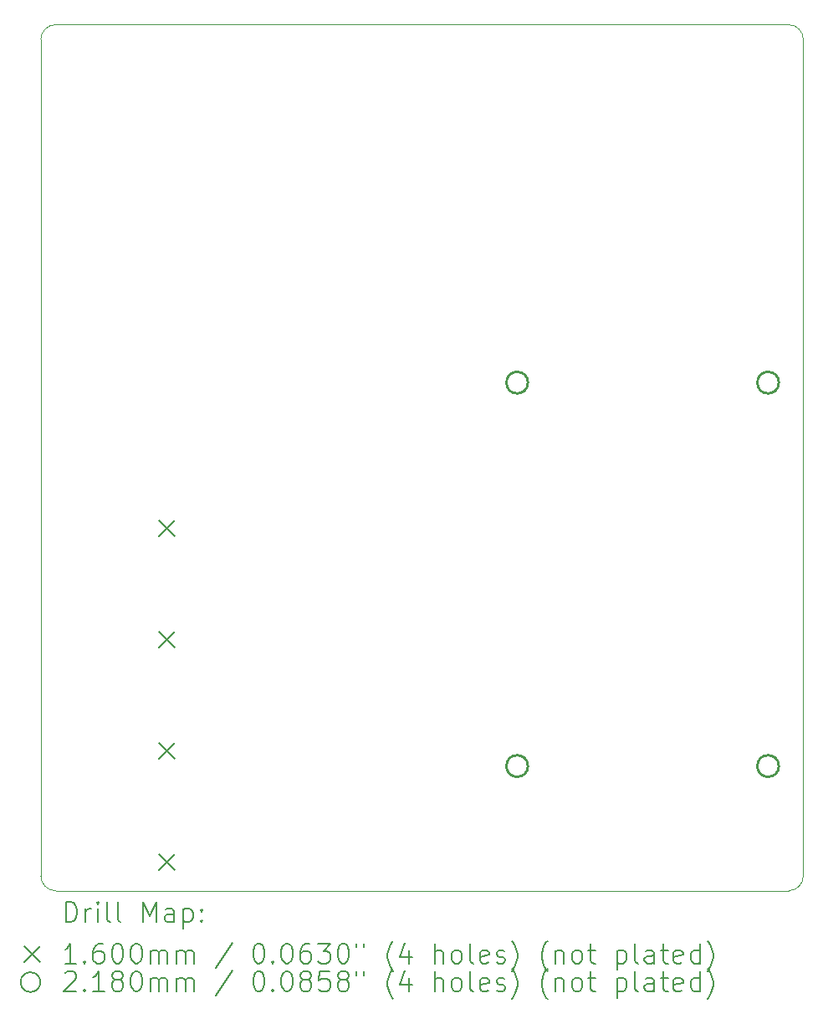
<source format=gbr>
%TF.GenerationSoftware,KiCad,Pcbnew,(6.0.8)*%
%TF.CreationDate,2022-10-29T14:17:21-07:00*%
%TF.ProjectId,unified_elec_steering,756e6966-6965-4645-9f65-6c65635f7374,A*%
%TF.SameCoordinates,Original*%
%TF.FileFunction,Drillmap*%
%TF.FilePolarity,Positive*%
%FSLAX45Y45*%
G04 Gerber Fmt 4.5, Leading zero omitted, Abs format (unit mm)*
G04 Created by KiCad (PCBNEW (6.0.8)) date 2022-10-29 14:17:21*
%MOMM*%
%LPD*%
G01*
G04 APERTURE LIST*
%ADD10C,0.100000*%
%ADD11C,0.200000*%
%ADD12C,0.160000*%
%ADD13C,0.218000*%
G04 APERTURE END LIST*
D10*
X17348200Y-5534800D02*
G75*
G03*
X17198200Y-5384800I-150000J0D01*
G01*
X17348200Y-14000000D02*
X17348200Y-5534800D01*
X9779540Y-5384800D02*
X17198200Y-5384800D01*
X9779540Y-14150000D02*
X17198200Y-14150000D01*
X9779540Y-5384800D02*
G75*
G03*
X9629540Y-5534800I0J-150000D01*
G01*
X9629540Y-14000000D02*
G75*
G03*
X9779540Y-14150000I150000J0D01*
G01*
X17198200Y-14150000D02*
G75*
G03*
X17348200Y-14000000I0J150000D01*
G01*
X9629540Y-14000000D02*
X9629540Y-5534800D01*
D11*
D12*
X10826498Y-10404900D02*
X10986498Y-10564900D01*
X10986498Y-10404900D02*
X10826498Y-10564900D01*
X10826498Y-11529900D02*
X10986498Y-11689900D01*
X10986498Y-11529900D02*
X10826498Y-11689900D01*
X10826498Y-12654900D02*
X10986498Y-12814900D01*
X10986498Y-12654900D02*
X10826498Y-12814900D01*
X10826498Y-13779900D02*
X10986498Y-13939900D01*
X10986498Y-13779900D02*
X10826498Y-13939900D01*
D13*
X14560000Y-9007824D02*
G75*
G03*
X14560000Y-9007824I-109000J0D01*
G01*
X14560000Y-12887824D02*
G75*
G03*
X14560000Y-12887824I-109000J0D01*
G01*
X17100000Y-9007824D02*
G75*
G03*
X17100000Y-9007824I-109000J0D01*
G01*
X17100000Y-12887824D02*
G75*
G03*
X17100000Y-12887824I-109000J0D01*
G01*
D11*
X9882159Y-14465476D02*
X9882159Y-14265476D01*
X9929778Y-14265476D01*
X9958350Y-14275000D01*
X9977397Y-14294048D01*
X9986921Y-14313095D01*
X9996445Y-14351190D01*
X9996445Y-14379762D01*
X9986921Y-14417857D01*
X9977397Y-14436905D01*
X9958350Y-14455952D01*
X9929778Y-14465476D01*
X9882159Y-14465476D01*
X10082159Y-14465476D02*
X10082159Y-14332143D01*
X10082159Y-14370238D02*
X10091683Y-14351190D01*
X10101207Y-14341667D01*
X10120254Y-14332143D01*
X10139302Y-14332143D01*
X10205969Y-14465476D02*
X10205969Y-14332143D01*
X10205969Y-14265476D02*
X10196445Y-14275000D01*
X10205969Y-14284524D01*
X10215492Y-14275000D01*
X10205969Y-14265476D01*
X10205969Y-14284524D01*
X10329778Y-14465476D02*
X10310730Y-14455952D01*
X10301207Y-14436905D01*
X10301207Y-14265476D01*
X10434540Y-14465476D02*
X10415492Y-14455952D01*
X10405969Y-14436905D01*
X10405969Y-14265476D01*
X10663111Y-14465476D02*
X10663111Y-14265476D01*
X10729778Y-14408333D01*
X10796445Y-14265476D01*
X10796445Y-14465476D01*
X10977397Y-14465476D02*
X10977397Y-14360714D01*
X10967873Y-14341667D01*
X10948826Y-14332143D01*
X10910730Y-14332143D01*
X10891683Y-14341667D01*
X10977397Y-14455952D02*
X10958350Y-14465476D01*
X10910730Y-14465476D01*
X10891683Y-14455952D01*
X10882159Y-14436905D01*
X10882159Y-14417857D01*
X10891683Y-14398809D01*
X10910730Y-14389286D01*
X10958350Y-14389286D01*
X10977397Y-14379762D01*
X11072635Y-14332143D02*
X11072635Y-14532143D01*
X11072635Y-14341667D02*
X11091683Y-14332143D01*
X11129778Y-14332143D01*
X11148826Y-14341667D01*
X11158350Y-14351190D01*
X11167873Y-14370238D01*
X11167873Y-14427381D01*
X11158350Y-14446428D01*
X11148826Y-14455952D01*
X11129778Y-14465476D01*
X11091683Y-14465476D01*
X11072635Y-14455952D01*
X11253588Y-14446428D02*
X11263111Y-14455952D01*
X11253588Y-14465476D01*
X11244064Y-14455952D01*
X11253588Y-14446428D01*
X11253588Y-14465476D01*
X11253588Y-14341667D02*
X11263111Y-14351190D01*
X11253588Y-14360714D01*
X11244064Y-14351190D01*
X11253588Y-14341667D01*
X11253588Y-14360714D01*
D12*
X9464540Y-14715000D02*
X9624540Y-14875000D01*
X9624540Y-14715000D02*
X9464540Y-14875000D01*
D11*
X9986921Y-14885476D02*
X9872635Y-14885476D01*
X9929778Y-14885476D02*
X9929778Y-14685476D01*
X9910730Y-14714048D01*
X9891683Y-14733095D01*
X9872635Y-14742619D01*
X10072635Y-14866428D02*
X10082159Y-14875952D01*
X10072635Y-14885476D01*
X10063111Y-14875952D01*
X10072635Y-14866428D01*
X10072635Y-14885476D01*
X10253588Y-14685476D02*
X10215492Y-14685476D01*
X10196445Y-14695000D01*
X10186921Y-14704524D01*
X10167873Y-14733095D01*
X10158350Y-14771190D01*
X10158350Y-14847381D01*
X10167873Y-14866428D01*
X10177397Y-14875952D01*
X10196445Y-14885476D01*
X10234540Y-14885476D01*
X10253588Y-14875952D01*
X10263111Y-14866428D01*
X10272635Y-14847381D01*
X10272635Y-14799762D01*
X10263111Y-14780714D01*
X10253588Y-14771190D01*
X10234540Y-14761667D01*
X10196445Y-14761667D01*
X10177397Y-14771190D01*
X10167873Y-14780714D01*
X10158350Y-14799762D01*
X10396445Y-14685476D02*
X10415492Y-14685476D01*
X10434540Y-14695000D01*
X10444064Y-14704524D01*
X10453588Y-14723571D01*
X10463111Y-14761667D01*
X10463111Y-14809286D01*
X10453588Y-14847381D01*
X10444064Y-14866428D01*
X10434540Y-14875952D01*
X10415492Y-14885476D01*
X10396445Y-14885476D01*
X10377397Y-14875952D01*
X10367873Y-14866428D01*
X10358350Y-14847381D01*
X10348826Y-14809286D01*
X10348826Y-14761667D01*
X10358350Y-14723571D01*
X10367873Y-14704524D01*
X10377397Y-14695000D01*
X10396445Y-14685476D01*
X10586921Y-14685476D02*
X10605969Y-14685476D01*
X10625016Y-14695000D01*
X10634540Y-14704524D01*
X10644064Y-14723571D01*
X10653588Y-14761667D01*
X10653588Y-14809286D01*
X10644064Y-14847381D01*
X10634540Y-14866428D01*
X10625016Y-14875952D01*
X10605969Y-14885476D01*
X10586921Y-14885476D01*
X10567873Y-14875952D01*
X10558350Y-14866428D01*
X10548826Y-14847381D01*
X10539302Y-14809286D01*
X10539302Y-14761667D01*
X10548826Y-14723571D01*
X10558350Y-14704524D01*
X10567873Y-14695000D01*
X10586921Y-14685476D01*
X10739302Y-14885476D02*
X10739302Y-14752143D01*
X10739302Y-14771190D02*
X10748826Y-14761667D01*
X10767873Y-14752143D01*
X10796445Y-14752143D01*
X10815492Y-14761667D01*
X10825016Y-14780714D01*
X10825016Y-14885476D01*
X10825016Y-14780714D02*
X10834540Y-14761667D01*
X10853588Y-14752143D01*
X10882159Y-14752143D01*
X10901207Y-14761667D01*
X10910730Y-14780714D01*
X10910730Y-14885476D01*
X11005969Y-14885476D02*
X11005969Y-14752143D01*
X11005969Y-14771190D02*
X11015492Y-14761667D01*
X11034540Y-14752143D01*
X11063111Y-14752143D01*
X11082159Y-14761667D01*
X11091683Y-14780714D01*
X11091683Y-14885476D01*
X11091683Y-14780714D02*
X11101207Y-14761667D01*
X11120254Y-14752143D01*
X11148826Y-14752143D01*
X11167873Y-14761667D01*
X11177397Y-14780714D01*
X11177397Y-14885476D01*
X11567873Y-14675952D02*
X11396445Y-14933095D01*
X11825016Y-14685476D02*
X11844064Y-14685476D01*
X11863111Y-14695000D01*
X11872635Y-14704524D01*
X11882159Y-14723571D01*
X11891683Y-14761667D01*
X11891683Y-14809286D01*
X11882159Y-14847381D01*
X11872635Y-14866428D01*
X11863111Y-14875952D01*
X11844064Y-14885476D01*
X11825016Y-14885476D01*
X11805968Y-14875952D01*
X11796445Y-14866428D01*
X11786921Y-14847381D01*
X11777397Y-14809286D01*
X11777397Y-14761667D01*
X11786921Y-14723571D01*
X11796445Y-14704524D01*
X11805968Y-14695000D01*
X11825016Y-14685476D01*
X11977397Y-14866428D02*
X11986921Y-14875952D01*
X11977397Y-14885476D01*
X11967873Y-14875952D01*
X11977397Y-14866428D01*
X11977397Y-14885476D01*
X12110730Y-14685476D02*
X12129778Y-14685476D01*
X12148826Y-14695000D01*
X12158349Y-14704524D01*
X12167873Y-14723571D01*
X12177397Y-14761667D01*
X12177397Y-14809286D01*
X12167873Y-14847381D01*
X12158349Y-14866428D01*
X12148826Y-14875952D01*
X12129778Y-14885476D01*
X12110730Y-14885476D01*
X12091683Y-14875952D01*
X12082159Y-14866428D01*
X12072635Y-14847381D01*
X12063111Y-14809286D01*
X12063111Y-14761667D01*
X12072635Y-14723571D01*
X12082159Y-14704524D01*
X12091683Y-14695000D01*
X12110730Y-14685476D01*
X12348826Y-14685476D02*
X12310730Y-14685476D01*
X12291683Y-14695000D01*
X12282159Y-14704524D01*
X12263111Y-14733095D01*
X12253588Y-14771190D01*
X12253588Y-14847381D01*
X12263111Y-14866428D01*
X12272635Y-14875952D01*
X12291683Y-14885476D01*
X12329778Y-14885476D01*
X12348826Y-14875952D01*
X12358349Y-14866428D01*
X12367873Y-14847381D01*
X12367873Y-14799762D01*
X12358349Y-14780714D01*
X12348826Y-14771190D01*
X12329778Y-14761667D01*
X12291683Y-14761667D01*
X12272635Y-14771190D01*
X12263111Y-14780714D01*
X12253588Y-14799762D01*
X12434540Y-14685476D02*
X12558349Y-14685476D01*
X12491683Y-14761667D01*
X12520254Y-14761667D01*
X12539302Y-14771190D01*
X12548826Y-14780714D01*
X12558349Y-14799762D01*
X12558349Y-14847381D01*
X12548826Y-14866428D01*
X12539302Y-14875952D01*
X12520254Y-14885476D01*
X12463111Y-14885476D01*
X12444064Y-14875952D01*
X12434540Y-14866428D01*
X12682159Y-14685476D02*
X12701207Y-14685476D01*
X12720254Y-14695000D01*
X12729778Y-14704524D01*
X12739302Y-14723571D01*
X12748826Y-14761667D01*
X12748826Y-14809286D01*
X12739302Y-14847381D01*
X12729778Y-14866428D01*
X12720254Y-14875952D01*
X12701207Y-14885476D01*
X12682159Y-14885476D01*
X12663111Y-14875952D01*
X12653588Y-14866428D01*
X12644064Y-14847381D01*
X12634540Y-14809286D01*
X12634540Y-14761667D01*
X12644064Y-14723571D01*
X12653588Y-14704524D01*
X12663111Y-14695000D01*
X12682159Y-14685476D01*
X12825016Y-14685476D02*
X12825016Y-14723571D01*
X12901207Y-14685476D02*
X12901207Y-14723571D01*
X13196445Y-14961667D02*
X13186921Y-14952143D01*
X13167873Y-14923571D01*
X13158349Y-14904524D01*
X13148826Y-14875952D01*
X13139302Y-14828333D01*
X13139302Y-14790238D01*
X13148826Y-14742619D01*
X13158349Y-14714048D01*
X13167873Y-14695000D01*
X13186921Y-14666428D01*
X13196445Y-14656905D01*
X13358349Y-14752143D02*
X13358349Y-14885476D01*
X13310730Y-14675952D02*
X13263111Y-14818809D01*
X13386921Y-14818809D01*
X13615492Y-14885476D02*
X13615492Y-14685476D01*
X13701207Y-14885476D02*
X13701207Y-14780714D01*
X13691683Y-14761667D01*
X13672635Y-14752143D01*
X13644064Y-14752143D01*
X13625016Y-14761667D01*
X13615492Y-14771190D01*
X13825016Y-14885476D02*
X13805968Y-14875952D01*
X13796445Y-14866428D01*
X13786921Y-14847381D01*
X13786921Y-14790238D01*
X13796445Y-14771190D01*
X13805968Y-14761667D01*
X13825016Y-14752143D01*
X13853588Y-14752143D01*
X13872635Y-14761667D01*
X13882159Y-14771190D01*
X13891683Y-14790238D01*
X13891683Y-14847381D01*
X13882159Y-14866428D01*
X13872635Y-14875952D01*
X13853588Y-14885476D01*
X13825016Y-14885476D01*
X14005968Y-14885476D02*
X13986921Y-14875952D01*
X13977397Y-14856905D01*
X13977397Y-14685476D01*
X14158349Y-14875952D02*
X14139302Y-14885476D01*
X14101207Y-14885476D01*
X14082159Y-14875952D01*
X14072635Y-14856905D01*
X14072635Y-14780714D01*
X14082159Y-14761667D01*
X14101207Y-14752143D01*
X14139302Y-14752143D01*
X14158349Y-14761667D01*
X14167873Y-14780714D01*
X14167873Y-14799762D01*
X14072635Y-14818809D01*
X14244064Y-14875952D02*
X14263111Y-14885476D01*
X14301207Y-14885476D01*
X14320254Y-14875952D01*
X14329778Y-14856905D01*
X14329778Y-14847381D01*
X14320254Y-14828333D01*
X14301207Y-14818809D01*
X14272635Y-14818809D01*
X14253588Y-14809286D01*
X14244064Y-14790238D01*
X14244064Y-14780714D01*
X14253588Y-14761667D01*
X14272635Y-14752143D01*
X14301207Y-14752143D01*
X14320254Y-14761667D01*
X14396445Y-14961667D02*
X14405968Y-14952143D01*
X14425016Y-14923571D01*
X14434540Y-14904524D01*
X14444064Y-14875952D01*
X14453588Y-14828333D01*
X14453588Y-14790238D01*
X14444064Y-14742619D01*
X14434540Y-14714048D01*
X14425016Y-14695000D01*
X14405968Y-14666428D01*
X14396445Y-14656905D01*
X14758349Y-14961667D02*
X14748826Y-14952143D01*
X14729778Y-14923571D01*
X14720254Y-14904524D01*
X14710730Y-14875952D01*
X14701207Y-14828333D01*
X14701207Y-14790238D01*
X14710730Y-14742619D01*
X14720254Y-14714048D01*
X14729778Y-14695000D01*
X14748826Y-14666428D01*
X14758349Y-14656905D01*
X14834540Y-14752143D02*
X14834540Y-14885476D01*
X14834540Y-14771190D02*
X14844064Y-14761667D01*
X14863111Y-14752143D01*
X14891683Y-14752143D01*
X14910730Y-14761667D01*
X14920254Y-14780714D01*
X14920254Y-14885476D01*
X15044064Y-14885476D02*
X15025016Y-14875952D01*
X15015492Y-14866428D01*
X15005968Y-14847381D01*
X15005968Y-14790238D01*
X15015492Y-14771190D01*
X15025016Y-14761667D01*
X15044064Y-14752143D01*
X15072635Y-14752143D01*
X15091683Y-14761667D01*
X15101207Y-14771190D01*
X15110730Y-14790238D01*
X15110730Y-14847381D01*
X15101207Y-14866428D01*
X15091683Y-14875952D01*
X15072635Y-14885476D01*
X15044064Y-14885476D01*
X15167873Y-14752143D02*
X15244064Y-14752143D01*
X15196445Y-14685476D02*
X15196445Y-14856905D01*
X15205968Y-14875952D01*
X15225016Y-14885476D01*
X15244064Y-14885476D01*
X15463111Y-14752143D02*
X15463111Y-14952143D01*
X15463111Y-14761667D02*
X15482159Y-14752143D01*
X15520254Y-14752143D01*
X15539302Y-14761667D01*
X15548826Y-14771190D01*
X15558349Y-14790238D01*
X15558349Y-14847381D01*
X15548826Y-14866428D01*
X15539302Y-14875952D01*
X15520254Y-14885476D01*
X15482159Y-14885476D01*
X15463111Y-14875952D01*
X15672635Y-14885476D02*
X15653588Y-14875952D01*
X15644064Y-14856905D01*
X15644064Y-14685476D01*
X15834540Y-14885476D02*
X15834540Y-14780714D01*
X15825016Y-14761667D01*
X15805968Y-14752143D01*
X15767873Y-14752143D01*
X15748826Y-14761667D01*
X15834540Y-14875952D02*
X15815492Y-14885476D01*
X15767873Y-14885476D01*
X15748826Y-14875952D01*
X15739302Y-14856905D01*
X15739302Y-14837857D01*
X15748826Y-14818809D01*
X15767873Y-14809286D01*
X15815492Y-14809286D01*
X15834540Y-14799762D01*
X15901207Y-14752143D02*
X15977397Y-14752143D01*
X15929778Y-14685476D02*
X15929778Y-14856905D01*
X15939302Y-14875952D01*
X15958349Y-14885476D01*
X15977397Y-14885476D01*
X16120254Y-14875952D02*
X16101207Y-14885476D01*
X16063111Y-14885476D01*
X16044064Y-14875952D01*
X16034540Y-14856905D01*
X16034540Y-14780714D01*
X16044064Y-14761667D01*
X16063111Y-14752143D01*
X16101207Y-14752143D01*
X16120254Y-14761667D01*
X16129778Y-14780714D01*
X16129778Y-14799762D01*
X16034540Y-14818809D01*
X16301207Y-14885476D02*
X16301207Y-14685476D01*
X16301207Y-14875952D02*
X16282159Y-14885476D01*
X16244064Y-14885476D01*
X16225016Y-14875952D01*
X16215492Y-14866428D01*
X16205968Y-14847381D01*
X16205968Y-14790238D01*
X16215492Y-14771190D01*
X16225016Y-14761667D01*
X16244064Y-14752143D01*
X16282159Y-14752143D01*
X16301207Y-14761667D01*
X16377397Y-14961667D02*
X16386921Y-14952143D01*
X16405968Y-14923571D01*
X16415492Y-14904524D01*
X16425016Y-14875952D01*
X16434540Y-14828333D01*
X16434540Y-14790238D01*
X16425016Y-14742619D01*
X16415492Y-14714048D01*
X16405968Y-14695000D01*
X16386921Y-14666428D01*
X16377397Y-14656905D01*
X9624540Y-15075000D02*
G75*
G03*
X9624540Y-15075000I-100000J0D01*
G01*
X9872635Y-14984524D02*
X9882159Y-14975000D01*
X9901207Y-14965476D01*
X9948826Y-14965476D01*
X9967873Y-14975000D01*
X9977397Y-14984524D01*
X9986921Y-15003571D01*
X9986921Y-15022619D01*
X9977397Y-15051190D01*
X9863111Y-15165476D01*
X9986921Y-15165476D01*
X10072635Y-15146428D02*
X10082159Y-15155952D01*
X10072635Y-15165476D01*
X10063111Y-15155952D01*
X10072635Y-15146428D01*
X10072635Y-15165476D01*
X10272635Y-15165476D02*
X10158350Y-15165476D01*
X10215492Y-15165476D02*
X10215492Y-14965476D01*
X10196445Y-14994048D01*
X10177397Y-15013095D01*
X10158350Y-15022619D01*
X10386921Y-15051190D02*
X10367873Y-15041667D01*
X10358350Y-15032143D01*
X10348826Y-15013095D01*
X10348826Y-15003571D01*
X10358350Y-14984524D01*
X10367873Y-14975000D01*
X10386921Y-14965476D01*
X10425016Y-14965476D01*
X10444064Y-14975000D01*
X10453588Y-14984524D01*
X10463111Y-15003571D01*
X10463111Y-15013095D01*
X10453588Y-15032143D01*
X10444064Y-15041667D01*
X10425016Y-15051190D01*
X10386921Y-15051190D01*
X10367873Y-15060714D01*
X10358350Y-15070238D01*
X10348826Y-15089286D01*
X10348826Y-15127381D01*
X10358350Y-15146428D01*
X10367873Y-15155952D01*
X10386921Y-15165476D01*
X10425016Y-15165476D01*
X10444064Y-15155952D01*
X10453588Y-15146428D01*
X10463111Y-15127381D01*
X10463111Y-15089286D01*
X10453588Y-15070238D01*
X10444064Y-15060714D01*
X10425016Y-15051190D01*
X10586921Y-14965476D02*
X10605969Y-14965476D01*
X10625016Y-14975000D01*
X10634540Y-14984524D01*
X10644064Y-15003571D01*
X10653588Y-15041667D01*
X10653588Y-15089286D01*
X10644064Y-15127381D01*
X10634540Y-15146428D01*
X10625016Y-15155952D01*
X10605969Y-15165476D01*
X10586921Y-15165476D01*
X10567873Y-15155952D01*
X10558350Y-15146428D01*
X10548826Y-15127381D01*
X10539302Y-15089286D01*
X10539302Y-15041667D01*
X10548826Y-15003571D01*
X10558350Y-14984524D01*
X10567873Y-14975000D01*
X10586921Y-14965476D01*
X10739302Y-15165476D02*
X10739302Y-15032143D01*
X10739302Y-15051190D02*
X10748826Y-15041667D01*
X10767873Y-15032143D01*
X10796445Y-15032143D01*
X10815492Y-15041667D01*
X10825016Y-15060714D01*
X10825016Y-15165476D01*
X10825016Y-15060714D02*
X10834540Y-15041667D01*
X10853588Y-15032143D01*
X10882159Y-15032143D01*
X10901207Y-15041667D01*
X10910730Y-15060714D01*
X10910730Y-15165476D01*
X11005969Y-15165476D02*
X11005969Y-15032143D01*
X11005969Y-15051190D02*
X11015492Y-15041667D01*
X11034540Y-15032143D01*
X11063111Y-15032143D01*
X11082159Y-15041667D01*
X11091683Y-15060714D01*
X11091683Y-15165476D01*
X11091683Y-15060714D02*
X11101207Y-15041667D01*
X11120254Y-15032143D01*
X11148826Y-15032143D01*
X11167873Y-15041667D01*
X11177397Y-15060714D01*
X11177397Y-15165476D01*
X11567873Y-14955952D02*
X11396445Y-15213095D01*
X11825016Y-14965476D02*
X11844064Y-14965476D01*
X11863111Y-14975000D01*
X11872635Y-14984524D01*
X11882159Y-15003571D01*
X11891683Y-15041667D01*
X11891683Y-15089286D01*
X11882159Y-15127381D01*
X11872635Y-15146428D01*
X11863111Y-15155952D01*
X11844064Y-15165476D01*
X11825016Y-15165476D01*
X11805968Y-15155952D01*
X11796445Y-15146428D01*
X11786921Y-15127381D01*
X11777397Y-15089286D01*
X11777397Y-15041667D01*
X11786921Y-15003571D01*
X11796445Y-14984524D01*
X11805968Y-14975000D01*
X11825016Y-14965476D01*
X11977397Y-15146428D02*
X11986921Y-15155952D01*
X11977397Y-15165476D01*
X11967873Y-15155952D01*
X11977397Y-15146428D01*
X11977397Y-15165476D01*
X12110730Y-14965476D02*
X12129778Y-14965476D01*
X12148826Y-14975000D01*
X12158349Y-14984524D01*
X12167873Y-15003571D01*
X12177397Y-15041667D01*
X12177397Y-15089286D01*
X12167873Y-15127381D01*
X12158349Y-15146428D01*
X12148826Y-15155952D01*
X12129778Y-15165476D01*
X12110730Y-15165476D01*
X12091683Y-15155952D01*
X12082159Y-15146428D01*
X12072635Y-15127381D01*
X12063111Y-15089286D01*
X12063111Y-15041667D01*
X12072635Y-15003571D01*
X12082159Y-14984524D01*
X12091683Y-14975000D01*
X12110730Y-14965476D01*
X12291683Y-15051190D02*
X12272635Y-15041667D01*
X12263111Y-15032143D01*
X12253588Y-15013095D01*
X12253588Y-15003571D01*
X12263111Y-14984524D01*
X12272635Y-14975000D01*
X12291683Y-14965476D01*
X12329778Y-14965476D01*
X12348826Y-14975000D01*
X12358349Y-14984524D01*
X12367873Y-15003571D01*
X12367873Y-15013095D01*
X12358349Y-15032143D01*
X12348826Y-15041667D01*
X12329778Y-15051190D01*
X12291683Y-15051190D01*
X12272635Y-15060714D01*
X12263111Y-15070238D01*
X12253588Y-15089286D01*
X12253588Y-15127381D01*
X12263111Y-15146428D01*
X12272635Y-15155952D01*
X12291683Y-15165476D01*
X12329778Y-15165476D01*
X12348826Y-15155952D01*
X12358349Y-15146428D01*
X12367873Y-15127381D01*
X12367873Y-15089286D01*
X12358349Y-15070238D01*
X12348826Y-15060714D01*
X12329778Y-15051190D01*
X12548826Y-14965476D02*
X12453588Y-14965476D01*
X12444064Y-15060714D01*
X12453588Y-15051190D01*
X12472635Y-15041667D01*
X12520254Y-15041667D01*
X12539302Y-15051190D01*
X12548826Y-15060714D01*
X12558349Y-15079762D01*
X12558349Y-15127381D01*
X12548826Y-15146428D01*
X12539302Y-15155952D01*
X12520254Y-15165476D01*
X12472635Y-15165476D01*
X12453588Y-15155952D01*
X12444064Y-15146428D01*
X12672635Y-15051190D02*
X12653588Y-15041667D01*
X12644064Y-15032143D01*
X12634540Y-15013095D01*
X12634540Y-15003571D01*
X12644064Y-14984524D01*
X12653588Y-14975000D01*
X12672635Y-14965476D01*
X12710730Y-14965476D01*
X12729778Y-14975000D01*
X12739302Y-14984524D01*
X12748826Y-15003571D01*
X12748826Y-15013095D01*
X12739302Y-15032143D01*
X12729778Y-15041667D01*
X12710730Y-15051190D01*
X12672635Y-15051190D01*
X12653588Y-15060714D01*
X12644064Y-15070238D01*
X12634540Y-15089286D01*
X12634540Y-15127381D01*
X12644064Y-15146428D01*
X12653588Y-15155952D01*
X12672635Y-15165476D01*
X12710730Y-15165476D01*
X12729778Y-15155952D01*
X12739302Y-15146428D01*
X12748826Y-15127381D01*
X12748826Y-15089286D01*
X12739302Y-15070238D01*
X12729778Y-15060714D01*
X12710730Y-15051190D01*
X12825016Y-14965476D02*
X12825016Y-15003571D01*
X12901207Y-14965476D02*
X12901207Y-15003571D01*
X13196445Y-15241667D02*
X13186921Y-15232143D01*
X13167873Y-15203571D01*
X13158349Y-15184524D01*
X13148826Y-15155952D01*
X13139302Y-15108333D01*
X13139302Y-15070238D01*
X13148826Y-15022619D01*
X13158349Y-14994048D01*
X13167873Y-14975000D01*
X13186921Y-14946428D01*
X13196445Y-14936905D01*
X13358349Y-15032143D02*
X13358349Y-15165476D01*
X13310730Y-14955952D02*
X13263111Y-15098809D01*
X13386921Y-15098809D01*
X13615492Y-15165476D02*
X13615492Y-14965476D01*
X13701207Y-15165476D02*
X13701207Y-15060714D01*
X13691683Y-15041667D01*
X13672635Y-15032143D01*
X13644064Y-15032143D01*
X13625016Y-15041667D01*
X13615492Y-15051190D01*
X13825016Y-15165476D02*
X13805968Y-15155952D01*
X13796445Y-15146428D01*
X13786921Y-15127381D01*
X13786921Y-15070238D01*
X13796445Y-15051190D01*
X13805968Y-15041667D01*
X13825016Y-15032143D01*
X13853588Y-15032143D01*
X13872635Y-15041667D01*
X13882159Y-15051190D01*
X13891683Y-15070238D01*
X13891683Y-15127381D01*
X13882159Y-15146428D01*
X13872635Y-15155952D01*
X13853588Y-15165476D01*
X13825016Y-15165476D01*
X14005968Y-15165476D02*
X13986921Y-15155952D01*
X13977397Y-15136905D01*
X13977397Y-14965476D01*
X14158349Y-15155952D02*
X14139302Y-15165476D01*
X14101207Y-15165476D01*
X14082159Y-15155952D01*
X14072635Y-15136905D01*
X14072635Y-15060714D01*
X14082159Y-15041667D01*
X14101207Y-15032143D01*
X14139302Y-15032143D01*
X14158349Y-15041667D01*
X14167873Y-15060714D01*
X14167873Y-15079762D01*
X14072635Y-15098809D01*
X14244064Y-15155952D02*
X14263111Y-15165476D01*
X14301207Y-15165476D01*
X14320254Y-15155952D01*
X14329778Y-15136905D01*
X14329778Y-15127381D01*
X14320254Y-15108333D01*
X14301207Y-15098809D01*
X14272635Y-15098809D01*
X14253588Y-15089286D01*
X14244064Y-15070238D01*
X14244064Y-15060714D01*
X14253588Y-15041667D01*
X14272635Y-15032143D01*
X14301207Y-15032143D01*
X14320254Y-15041667D01*
X14396445Y-15241667D02*
X14405968Y-15232143D01*
X14425016Y-15203571D01*
X14434540Y-15184524D01*
X14444064Y-15155952D01*
X14453588Y-15108333D01*
X14453588Y-15070238D01*
X14444064Y-15022619D01*
X14434540Y-14994048D01*
X14425016Y-14975000D01*
X14405968Y-14946428D01*
X14396445Y-14936905D01*
X14758349Y-15241667D02*
X14748826Y-15232143D01*
X14729778Y-15203571D01*
X14720254Y-15184524D01*
X14710730Y-15155952D01*
X14701207Y-15108333D01*
X14701207Y-15070238D01*
X14710730Y-15022619D01*
X14720254Y-14994048D01*
X14729778Y-14975000D01*
X14748826Y-14946428D01*
X14758349Y-14936905D01*
X14834540Y-15032143D02*
X14834540Y-15165476D01*
X14834540Y-15051190D02*
X14844064Y-15041667D01*
X14863111Y-15032143D01*
X14891683Y-15032143D01*
X14910730Y-15041667D01*
X14920254Y-15060714D01*
X14920254Y-15165476D01*
X15044064Y-15165476D02*
X15025016Y-15155952D01*
X15015492Y-15146428D01*
X15005968Y-15127381D01*
X15005968Y-15070238D01*
X15015492Y-15051190D01*
X15025016Y-15041667D01*
X15044064Y-15032143D01*
X15072635Y-15032143D01*
X15091683Y-15041667D01*
X15101207Y-15051190D01*
X15110730Y-15070238D01*
X15110730Y-15127381D01*
X15101207Y-15146428D01*
X15091683Y-15155952D01*
X15072635Y-15165476D01*
X15044064Y-15165476D01*
X15167873Y-15032143D02*
X15244064Y-15032143D01*
X15196445Y-14965476D02*
X15196445Y-15136905D01*
X15205968Y-15155952D01*
X15225016Y-15165476D01*
X15244064Y-15165476D01*
X15463111Y-15032143D02*
X15463111Y-15232143D01*
X15463111Y-15041667D02*
X15482159Y-15032143D01*
X15520254Y-15032143D01*
X15539302Y-15041667D01*
X15548826Y-15051190D01*
X15558349Y-15070238D01*
X15558349Y-15127381D01*
X15548826Y-15146428D01*
X15539302Y-15155952D01*
X15520254Y-15165476D01*
X15482159Y-15165476D01*
X15463111Y-15155952D01*
X15672635Y-15165476D02*
X15653588Y-15155952D01*
X15644064Y-15136905D01*
X15644064Y-14965476D01*
X15834540Y-15165476D02*
X15834540Y-15060714D01*
X15825016Y-15041667D01*
X15805968Y-15032143D01*
X15767873Y-15032143D01*
X15748826Y-15041667D01*
X15834540Y-15155952D02*
X15815492Y-15165476D01*
X15767873Y-15165476D01*
X15748826Y-15155952D01*
X15739302Y-15136905D01*
X15739302Y-15117857D01*
X15748826Y-15098809D01*
X15767873Y-15089286D01*
X15815492Y-15089286D01*
X15834540Y-15079762D01*
X15901207Y-15032143D02*
X15977397Y-15032143D01*
X15929778Y-14965476D02*
X15929778Y-15136905D01*
X15939302Y-15155952D01*
X15958349Y-15165476D01*
X15977397Y-15165476D01*
X16120254Y-15155952D02*
X16101207Y-15165476D01*
X16063111Y-15165476D01*
X16044064Y-15155952D01*
X16034540Y-15136905D01*
X16034540Y-15060714D01*
X16044064Y-15041667D01*
X16063111Y-15032143D01*
X16101207Y-15032143D01*
X16120254Y-15041667D01*
X16129778Y-15060714D01*
X16129778Y-15079762D01*
X16034540Y-15098809D01*
X16301207Y-15165476D02*
X16301207Y-14965476D01*
X16301207Y-15155952D02*
X16282159Y-15165476D01*
X16244064Y-15165476D01*
X16225016Y-15155952D01*
X16215492Y-15146428D01*
X16205968Y-15127381D01*
X16205968Y-15070238D01*
X16215492Y-15051190D01*
X16225016Y-15041667D01*
X16244064Y-15032143D01*
X16282159Y-15032143D01*
X16301207Y-15041667D01*
X16377397Y-15241667D02*
X16386921Y-15232143D01*
X16405968Y-15203571D01*
X16415492Y-15184524D01*
X16425016Y-15155952D01*
X16434540Y-15108333D01*
X16434540Y-15070238D01*
X16425016Y-15022619D01*
X16415492Y-14994048D01*
X16405968Y-14975000D01*
X16386921Y-14946428D01*
X16377397Y-14936905D01*
M02*

</source>
